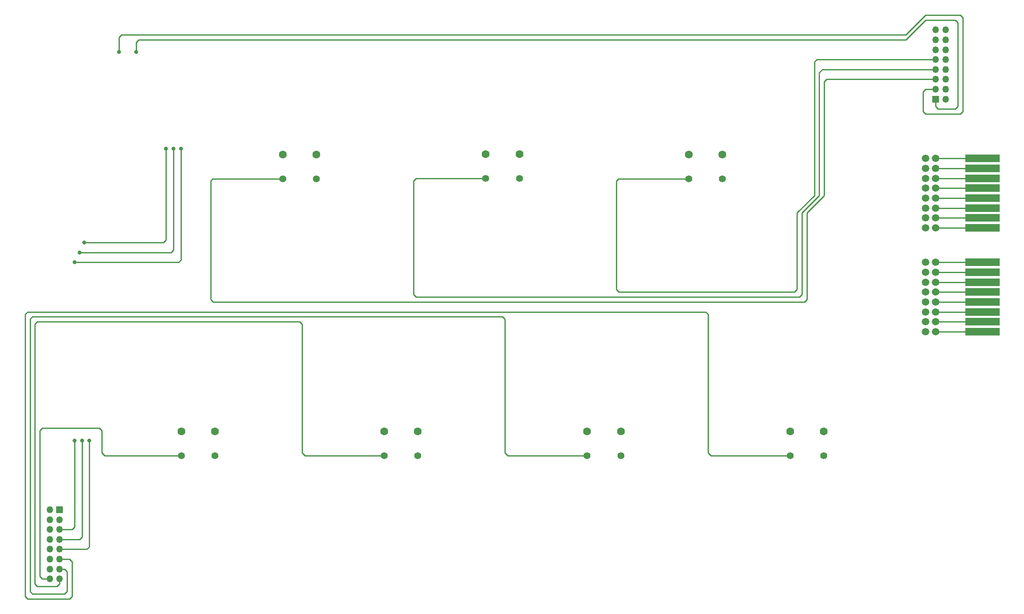
<source format=gbr>
%TF.GenerationSoftware,KiCad,Pcbnew,(6.0.1)*%
%TF.CreationDate,2022-11-16T23:08:11+09:00*%
%TF.ProjectId,iidx-refine-xsw,69696478-2d72-4656-9669-6e652d787377,rev?*%
%TF.SameCoordinates,Original*%
%TF.FileFunction,Copper,L2,Bot*%
%TF.FilePolarity,Positive*%
%FSLAX46Y46*%
G04 Gerber Fmt 4.6, Leading zero omitted, Abs format (unit mm)*
G04 Created by KiCad (PCBNEW (6.0.1)) date 2022-11-16 23:08:11*
%MOMM*%
%LPD*%
G01*
G04 APERTURE LIST*
%TA.AperFunction,ComponentPad*%
%ADD10C,1.500000*%
%TD*%
%TA.AperFunction,SMDPad,CuDef*%
%ADD11R,7.000000X1.500000*%
%TD*%
%TA.AperFunction,ComponentPad*%
%ADD12C,1.600000*%
%TD*%
%TA.AperFunction,ComponentPad*%
%ADD13C,1.400000*%
%TD*%
%TA.AperFunction,ComponentPad*%
%ADD14R,1.350000X1.350000*%
%TD*%
%TA.AperFunction,ComponentPad*%
%ADD15O,1.350000X1.350000*%
%TD*%
%TA.AperFunction,ViaPad*%
%ADD16C,0.800000*%
%TD*%
%TA.AperFunction,Conductor*%
%ADD17C,0.250000*%
%TD*%
G04 APERTURE END LIST*
D10*
%TO.P,J2,1*%
%TO.N,N/C*%
X220500000Y-50000000D03*
%TO.P,J2,2*%
X222500000Y-50000000D03*
D11*
X232000000Y-50000000D03*
D10*
%TO.P,J2,3*%
X220500000Y-52000000D03*
%TO.P,J2,4*%
X222500000Y-52000000D03*
D11*
X232000000Y-52000000D03*
D10*
%TO.P,J2,5*%
X220500000Y-54000000D03*
D11*
%TO.P,J2,6*%
X232000000Y-54000000D03*
D10*
X222500000Y-54000000D03*
%TO.P,J2,7*%
X220500000Y-56000000D03*
%TO.P,J2,8*%
X222500000Y-56000000D03*
D11*
X232000000Y-56000000D03*
D10*
%TO.P,J2,9*%
X220500000Y-58000000D03*
%TO.P,J2,10*%
X222500000Y-58000000D03*
D11*
X232000000Y-58000000D03*
D10*
%TO.P,J2,11*%
X220500000Y-60000000D03*
D11*
%TO.P,J2,12*%
X232000000Y-60000000D03*
D10*
X222500000Y-60000000D03*
%TO.P,J2,13*%
X220500000Y-62000000D03*
D11*
%TO.P,J2,14*%
X232000000Y-62000000D03*
D10*
X222500000Y-62000000D03*
%TO.P,J2,15*%
X220500000Y-64000000D03*
%TO.P,J2,16*%
X222500000Y-64000000D03*
D11*
X232000000Y-64000000D03*
%TD*%
D12*
%TO.P,SW1,1,A*%
%TO.N,GND*%
X76900000Y-105200000D03*
X70099992Y-105199836D03*
D13*
%TO.P,SW1,2,B*%
%TO.N,Net-(J1-Pad16)*%
X70099992Y-110099836D03*
X76900000Y-110100000D03*
%TD*%
D12*
%TO.P,SW4,1,A*%
%TO.N,GND*%
X131599992Y-49099836D03*
X138400000Y-49100000D03*
D13*
%TO.P,SW4,2,B*%
%TO.N,Net-(J1-Pad7)*%
X131599992Y-53999836D03*
X138400000Y-54000000D03*
%TD*%
D12*
%TO.P,SW2,1,A*%
%TO.N,GND*%
X97400000Y-49200000D03*
X90599992Y-49199836D03*
D13*
%TO.P,SW2,2,B*%
%TO.N,Net-(J1-Pad5)*%
X90599992Y-54099836D03*
X97400000Y-54100000D03*
%TD*%
D10*
%TO.P,J1,1*%
%TO.N,N/C*%
X220500000Y-71000000D03*
%TO.P,J1,2*%
X222500000Y-71000000D03*
D11*
X232000000Y-71000000D03*
D10*
%TO.P,J1,3*%
X220500000Y-73000000D03*
%TO.P,J1,4*%
X222500000Y-73000000D03*
D11*
X232000000Y-73000000D03*
D10*
%TO.P,J1,5*%
X220500000Y-75000000D03*
%TO.P,J1,6*%
X222500000Y-75000000D03*
D11*
X232000000Y-75000000D03*
D10*
%TO.P,J1,7*%
X220500000Y-77000000D03*
%TO.P,J1,8*%
X222500000Y-77000000D03*
D11*
X232000000Y-77000000D03*
D10*
%TO.P,J1,9*%
X220500000Y-79000000D03*
%TO.P,J1,10*%
X222500000Y-79000000D03*
D11*
X232000000Y-79000000D03*
D10*
%TO.P,J1,11*%
X220500000Y-81000000D03*
%TO.P,J1,12*%
X222500000Y-81000000D03*
D11*
X232000000Y-81000000D03*
D10*
%TO.P,J1,13*%
X220500000Y-83000000D03*
D11*
%TO.P,J1,14*%
X232000000Y-83000000D03*
D10*
X222500000Y-83000000D03*
%TO.P,J1,15*%
X220500000Y-85000000D03*
%TO.P,J1,16*%
X222500000Y-85000000D03*
D11*
X232000000Y-85000000D03*
%TD*%
D12*
%TO.P,SW6,1,A*%
%TO.N,GND*%
X172599992Y-49199836D03*
X179400000Y-49200000D03*
D13*
%TO.P,SW6,2,B*%
%TO.N,Net-(J1-Pad9)*%
X179400000Y-54100000D03*
X172599992Y-54099836D03*
%TD*%
D12*
%TO.P,SW7,1,A*%
%TO.N,GND*%
X193099992Y-105199836D03*
X199900000Y-105200000D03*
D13*
%TO.P,SW7,2,B*%
%TO.N,Net-(J1-Pad11)*%
X199900000Y-110100000D03*
X193099992Y-110099836D03*
%TD*%
D12*
%TO.P,SW3,1,A*%
%TO.N,GND*%
X117900000Y-105200000D03*
X111099992Y-105199836D03*
D13*
%TO.P,SW3,2,B*%
%TO.N,Net-(J1-Pad15)*%
X111099992Y-110099836D03*
X117900000Y-110100000D03*
%TD*%
D12*
%TO.P,SW5,1,A*%
%TO.N,GND*%
X158900000Y-105200000D03*
X152099992Y-105199836D03*
D13*
%TO.P,SW5,2,B*%
%TO.N,Net-(J1-Pad13)*%
X158900000Y-110100000D03*
X152099992Y-110099836D03*
%TD*%
D14*
%TO.P,J2,1,Pin_1*%
%TO.N,Net-(J1-Pad1)*%
X222500000Y-38000000D03*
D15*
%TO.P,J2,2,Pin_2*%
%TO.N,unconnected-(J2-Pad2)*%
X224500000Y-38000000D03*
%TO.P,J2,3,Pin_3*%
%TO.N,Net-(J1-Pad3)*%
X222500000Y-36000000D03*
%TO.P,J2,4,Pin_4*%
%TO.N,unconnected-(J2-Pad4)*%
X224500000Y-36000000D03*
%TO.P,J2,5,Pin_5*%
%TO.N,Net-(J1-Pad5)*%
X222500000Y-34000000D03*
%TO.P,J2,6,Pin_6*%
%TO.N,unconnected-(J2-Pad6)*%
X224500000Y-34000000D03*
%TO.P,J2,7,Pin_7*%
%TO.N,Net-(J1-Pad7)*%
X222500000Y-32000000D03*
%TO.P,J2,8,Pin_8*%
%TO.N,unconnected-(J2-Pad8)*%
X224500000Y-32000000D03*
%TO.P,J2,9,Pin_9*%
%TO.N,Net-(J1-Pad9)*%
X222500000Y-30000000D03*
%TO.P,J2,10,Pin_10*%
%TO.N,unconnected-(J2-Pad10)*%
X224500000Y-30000000D03*
%TO.P,J2,11,Pin_11*%
%TO.N,Net-(J1-Pad11)*%
X222500000Y-28000000D03*
%TO.P,J2,12,Pin_12*%
%TO.N,GND*%
X224500000Y-28000000D03*
%TO.P,J2,13,Pin_13*%
%TO.N,Net-(J1-Pad13)*%
X222500000Y-26000000D03*
%TO.P,J2,14,Pin_14*%
%TO.N,unconnected-(J2-Pad14)*%
X224500000Y-26000000D03*
%TO.P,J2,15,Pin_15*%
%TO.N,Net-(J1-Pad15)*%
X222500000Y-24000000D03*
%TO.P,J2,16,Pin_16*%
%TO.N,Net-(J1-Pad16)*%
X224500000Y-24000000D03*
%TD*%
D14*
%TO.P,J1,1,Pin_1*%
%TO.N,Net-(J1-Pad1)*%
X45500000Y-121000000D03*
D15*
%TO.P,J1,2,Pin_2*%
%TO.N,unconnected-(J1-Pad2)*%
X43500000Y-121000000D03*
%TO.P,J1,3,Pin_3*%
%TO.N,Net-(J1-Pad3)*%
X45500000Y-123000000D03*
%TO.P,J1,4,Pin_4*%
%TO.N,unconnected-(J1-Pad4)*%
X43500000Y-123000000D03*
%TO.P,J1,5,Pin_5*%
%TO.N,Net-(J1-Pad5)*%
X45500000Y-125000000D03*
%TO.P,J1,6,Pin_6*%
%TO.N,unconnected-(J1-Pad6)*%
X43500000Y-125000000D03*
%TO.P,J1,7,Pin_7*%
%TO.N,Net-(J1-Pad7)*%
X45500000Y-127000000D03*
%TO.P,J1,8,Pin_8*%
%TO.N,unconnected-(J1-Pad8)*%
X43500000Y-127000000D03*
%TO.P,J1,9,Pin_9*%
%TO.N,Net-(J1-Pad9)*%
X45500000Y-129000000D03*
%TO.P,J1,10,Pin_10*%
%TO.N,unconnected-(J1-Pad10)*%
X43500000Y-129000000D03*
%TO.P,J1,11,Pin_11*%
%TO.N,Net-(J1-Pad11)*%
X45500000Y-131000000D03*
%TO.P,J1,12,Pin_12*%
%TO.N,GND*%
X43500000Y-131000000D03*
%TO.P,J1,13,Pin_13*%
%TO.N,Net-(J1-Pad13)*%
X45500000Y-133000000D03*
%TO.P,J1,14,Pin_14*%
%TO.N,unconnected-(J1-Pad14)*%
X43500000Y-133000000D03*
%TO.P,J1,15,Pin_15*%
%TO.N,Net-(J1-Pad15)*%
X45500000Y-135000000D03*
%TO.P,J1,16,Pin_16*%
%TO.N,Net-(J1-Pad16)*%
X43500000Y-135000000D03*
%TD*%
D16*
%TO.N,Net-(J1-Pad9)*%
X51500000Y-107000000D03*
X67000000Y-48000000D03*
X50500000Y-67000000D03*
%TO.N,Net-(J1-Pad7)*%
X68500000Y-48000000D03*
X49500000Y-69000000D03*
X50000000Y-107000000D03*
%TO.N,Net-(J1-Pad5)*%
X48500000Y-107000000D03*
X70000000Y-48000000D03*
X48500000Y-71000000D03*
%TO.N,Net-(J1-Pad3)*%
X57500000Y-28500000D03*
%TO.N,Net-(J1-Pad1)*%
X61000000Y-28500000D03*
%TD*%
D17*
%TO.N,*%
X222500000Y-58000000D02*
X232000000Y-58000000D01*
X222500000Y-52000000D02*
X232000000Y-52000000D01*
X222500000Y-56000000D02*
X232000000Y-56000000D01*
X222500000Y-75000000D02*
X232000000Y-75000000D01*
X222500000Y-62000000D02*
X232000000Y-62000000D01*
X222500000Y-60000000D02*
X232000000Y-60000000D01*
X222500000Y-81000000D02*
X232000000Y-81000000D01*
X222500000Y-54000000D02*
X232000000Y-54000000D01*
X222500000Y-71000000D02*
X232000000Y-71000000D01*
X222500000Y-79000000D02*
X232000000Y-79000000D01*
X222500000Y-73000000D02*
X232000000Y-73000000D01*
X222500000Y-83000000D02*
X232000000Y-83000000D01*
X222500000Y-85000000D02*
X232000000Y-85000000D01*
X222500000Y-50000000D02*
X232000000Y-50000000D01*
X222500000Y-77000000D02*
X232000000Y-77000000D01*
X222500000Y-64000000D02*
X232000000Y-64000000D01*
%TO.N,Net-(J1-Pad16)*%
X42000000Y-135000000D02*
X41500000Y-134500000D01*
X54000000Y-105000000D02*
X54000000Y-109500000D01*
X53500000Y-104500000D02*
X54000000Y-105000000D01*
X42000000Y-104500000D02*
X53500000Y-104500000D01*
X41500000Y-105000000D02*
X42000000Y-104500000D01*
X41500000Y-134500000D02*
X41500000Y-105000000D01*
X43500000Y-135000000D02*
X42000000Y-135000000D01*
X54599836Y-110099836D02*
X70099992Y-110099836D01*
X54000000Y-109500000D02*
X54599836Y-110099836D01*
%TO.N,Net-(J1-Pad15)*%
X40500000Y-83500000D02*
X41000000Y-83000000D01*
X45500000Y-136000000D02*
X45000000Y-136500000D01*
X40500000Y-136000000D02*
X40500000Y-83500000D01*
X45500000Y-135000000D02*
X45500000Y-136000000D01*
X94500000Y-109500000D02*
X95099836Y-110099836D01*
X94500000Y-83500000D02*
X94500000Y-109500000D01*
X95099836Y-110099836D02*
X111099992Y-110099836D01*
X41000000Y-83000000D02*
X94000000Y-83000000D01*
X45000000Y-136500000D02*
X41000000Y-136500000D01*
X41000000Y-136500000D02*
X40500000Y-136000000D01*
X94000000Y-83000000D02*
X94500000Y-83500000D01*
%TO.N,Net-(J1-Pad13)*%
X135000000Y-82000000D02*
X135500000Y-82500000D01*
X45500000Y-133000000D02*
X46500000Y-133000000D01*
X40000000Y-138000000D02*
X39500000Y-137500000D01*
X46500000Y-133000000D02*
X47000000Y-133500000D01*
X135500000Y-109500000D02*
X136099836Y-110099836D01*
X47000000Y-137500000D02*
X46500000Y-138000000D01*
X39500000Y-82500000D02*
X40000000Y-82000000D01*
X40000000Y-82000000D02*
X135000000Y-82000000D01*
X46500000Y-138000000D02*
X40000000Y-138000000D01*
X47000000Y-133500000D02*
X47000000Y-137500000D01*
X136099836Y-110099836D02*
X152099992Y-110099836D01*
X135500000Y-82500000D02*
X135500000Y-109500000D01*
X39500000Y-137500000D02*
X39500000Y-82500000D01*
%TO.N,Net-(J1-Pad11)*%
X38500000Y-81500000D02*
X39000000Y-81000000D01*
X45500000Y-131000000D02*
X47500000Y-131000000D01*
X176000000Y-81000000D02*
X176500000Y-81500000D01*
X39000000Y-139000000D02*
X38500000Y-138500000D01*
X47500000Y-131000000D02*
X48000000Y-131500000D01*
X48000000Y-138500000D02*
X47500000Y-139000000D01*
X39000000Y-81000000D02*
X176000000Y-81000000D01*
X48000000Y-131500000D02*
X48000000Y-138500000D01*
X176500000Y-81500000D02*
X176500000Y-109500000D01*
X47500000Y-139000000D02*
X39000000Y-139000000D01*
X177099836Y-110099836D02*
X193099992Y-110099836D01*
X38500000Y-138500000D02*
X38500000Y-81500000D01*
X176500000Y-109500000D02*
X177099836Y-110099836D01*
%TO.N,Net-(J1-Pad9)*%
X45500000Y-129000000D02*
X51000000Y-129000000D01*
X158000000Y-54500000D02*
X158400164Y-54099836D01*
X198000000Y-57500000D02*
X194500000Y-61000000D01*
X158500000Y-77000000D02*
X158000000Y-76500000D01*
X158000000Y-76500000D02*
X158000000Y-54500000D01*
X66500000Y-67000000D02*
X67000000Y-66500000D01*
X158400164Y-54099836D02*
X172599992Y-54099836D01*
X51500000Y-128500000D02*
X51500000Y-107000000D01*
X194500000Y-76500000D02*
X194000000Y-77000000D01*
X67000000Y-66500000D02*
X67000000Y-48000000D01*
X198500000Y-30000000D02*
X198000000Y-30500000D01*
X194500000Y-61000000D02*
X194500000Y-76500000D01*
X51000000Y-129000000D02*
X51500000Y-128500000D01*
X198000000Y-30500000D02*
X198000000Y-57500000D01*
X194000000Y-77000000D02*
X158500000Y-77000000D01*
X222500000Y-30000000D02*
X198500000Y-30000000D01*
X50500000Y-67000000D02*
X66500000Y-67000000D01*
%TO.N,Net-(J1-Pad7)*%
X49500000Y-127000000D02*
X50000000Y-126500000D01*
X195000000Y-78000000D02*
X117500000Y-78000000D01*
X117000000Y-54500000D02*
X117500164Y-53999836D01*
X50000000Y-126500000D02*
X50000000Y-107000000D01*
X195500000Y-77500000D02*
X195000000Y-78000000D01*
X117500164Y-53999836D02*
X131599992Y-53999836D01*
X222500000Y-32000000D02*
X199635718Y-32000000D01*
X49500000Y-69000000D02*
X68000000Y-69000000D01*
X68500000Y-68500000D02*
X68500000Y-48000000D01*
X199635718Y-32000000D02*
X199000000Y-32635718D01*
X68000000Y-69000000D02*
X68500000Y-68500000D01*
X195500000Y-61000000D02*
X195500000Y-77500000D01*
X199000000Y-57500000D02*
X195500000Y-61000000D01*
X117500000Y-78000000D02*
X117000000Y-77500000D01*
X199000000Y-32635718D02*
X199000000Y-57500000D01*
X117000000Y-77500000D02*
X117000000Y-54500000D01*
X45500000Y-127000000D02*
X49500000Y-127000000D01*
%TO.N,Net-(J1-Pad5)*%
X196000000Y-79000000D02*
X76500000Y-79000000D01*
X69500000Y-71000000D02*
X70000000Y-70500000D01*
X76500000Y-79000000D02*
X76000000Y-78500000D01*
X48500000Y-71000000D02*
X69500000Y-71000000D01*
X200000000Y-57500000D02*
X196500000Y-61000000D01*
X45500000Y-125000000D02*
X48000000Y-125000000D01*
X70000000Y-70500000D02*
X70000000Y-48000000D01*
X196500000Y-61000000D02*
X196500000Y-78500000D01*
X200000000Y-34500000D02*
X200000000Y-57500000D01*
X200500000Y-34000000D02*
X200000000Y-34500000D01*
X76000000Y-78500000D02*
X76000000Y-54500000D01*
X48500000Y-124500000D02*
X48500000Y-107000000D01*
X76400164Y-54099836D02*
X90599992Y-54099836D01*
X222500000Y-34000000D02*
X200500000Y-34000000D01*
X76000000Y-54500000D02*
X76400164Y-54099836D01*
X196500000Y-78500000D02*
X196000000Y-79000000D01*
X48000000Y-125000000D02*
X48500000Y-124500000D01*
%TO.N,Net-(J1-Pad3)*%
X227500000Y-21000000D02*
X228000000Y-21500000D01*
X220000000Y-40500000D02*
X220000000Y-36500000D01*
X57500000Y-25500000D02*
X58000000Y-25000000D01*
X58000000Y-25000000D02*
X216500000Y-25000000D01*
X220500000Y-36000000D02*
X222500000Y-36000000D01*
X228000000Y-21500000D02*
X228000000Y-40500000D01*
X220500000Y-41000000D02*
X220000000Y-40500000D01*
X216500000Y-25000000D02*
X220500000Y-21000000D01*
X57500000Y-28500000D02*
X57500000Y-25500000D01*
X220500000Y-21000000D02*
X227500000Y-21000000D01*
X220000000Y-36500000D02*
X220500000Y-36000000D01*
X227500000Y-41000000D02*
X220500000Y-41000000D01*
X228000000Y-40500000D02*
X227500000Y-41000000D01*
%TO.N,Net-(J1-Pad1)*%
X226500000Y-40000000D02*
X223000000Y-40000000D01*
X61000000Y-26500000D02*
X61500000Y-26000000D01*
X61500000Y-26000000D02*
X216500000Y-26000000D01*
X223000000Y-40000000D02*
X222500000Y-39500000D01*
X226500000Y-22000000D02*
X227000000Y-22500000D01*
X227000000Y-22500000D02*
X227000000Y-39500000D01*
X222500000Y-39500000D02*
X222500000Y-38000000D01*
X216500000Y-26000000D02*
X220500000Y-22000000D01*
X220500000Y-22000000D02*
X226500000Y-22000000D01*
X61000000Y-28500000D02*
X61000000Y-26500000D01*
X227000000Y-39500000D02*
X226500000Y-40000000D01*
%TD*%
M02*

</source>
